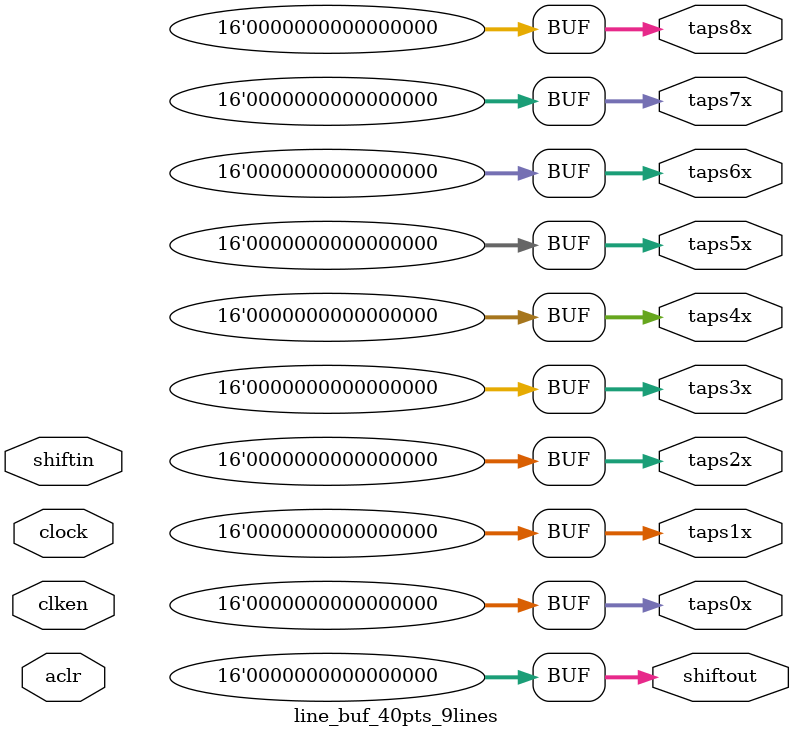
<source format=v>
module line_buf_40pts_9lines(	// file.cleaned.mlir:2:3
  input         aclr,	// file.cleaned.mlir:2:39
                clken,	// file.cleaned.mlir:2:54
                clock,	// file.cleaned.mlir:2:70
  input  [15:0] shiftin,	// file.cleaned.mlir:2:86
  output [15:0] shiftout,	// file.cleaned.mlir:2:106
                taps0x,	// file.cleaned.mlir:2:126
                taps1x,	// file.cleaned.mlir:2:144
                taps2x,	// file.cleaned.mlir:2:162
                taps3x,	// file.cleaned.mlir:2:180
                taps4x,	// file.cleaned.mlir:2:198
                taps5x,	// file.cleaned.mlir:2:216
                taps6x,	// file.cleaned.mlir:2:234
                taps7x,	// file.cleaned.mlir:2:252
                taps8x	// file.cleaned.mlir:2:270
);

  assign shiftout = 16'h0;	// file.cleaned.mlir:3:15, :4:5
  assign taps0x = 16'h0;	// file.cleaned.mlir:3:15, :4:5
  assign taps1x = 16'h0;	// file.cleaned.mlir:3:15, :4:5
  assign taps2x = 16'h0;	// file.cleaned.mlir:3:15, :4:5
  assign taps3x = 16'h0;	// file.cleaned.mlir:3:15, :4:5
  assign taps4x = 16'h0;	// file.cleaned.mlir:3:15, :4:5
  assign taps5x = 16'h0;	// file.cleaned.mlir:3:15, :4:5
  assign taps6x = 16'h0;	// file.cleaned.mlir:3:15, :4:5
  assign taps7x = 16'h0;	// file.cleaned.mlir:3:15, :4:5
  assign taps8x = 16'h0;	// file.cleaned.mlir:3:15, :4:5
endmodule


</source>
